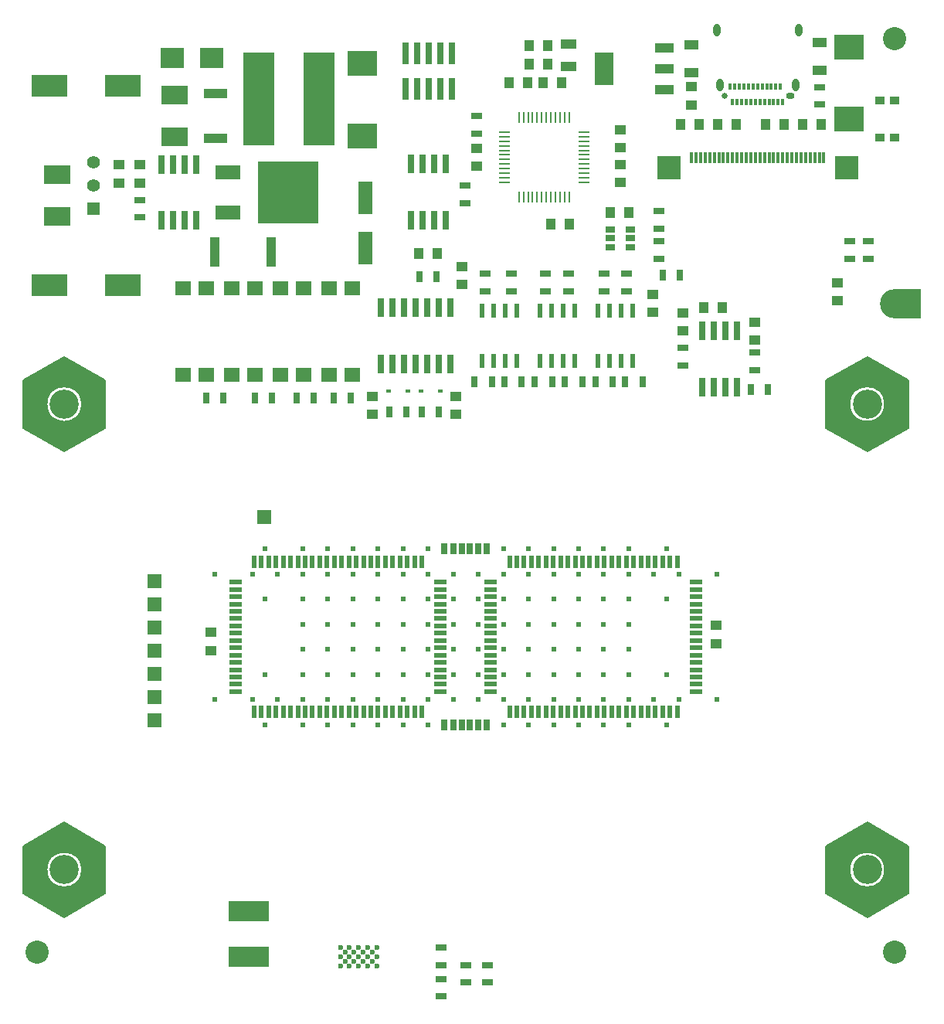
<source format=gbr>
G04 #@! TF.FileFunction,Soldermask,Bot*
%FSLAX46Y46*%
G04 Gerber Fmt 4.6, Leading zero omitted, Abs format (unit mm)*
G04 Created by KiCad (PCBNEW 4.0.0-stable) date Monday, June 11, 2018 'PMt' 01:00:30 PM*
%MOMM*%
G01*
G04 APERTURE LIST*
%ADD10C,0.100000*%
%ADD11C,2.250000*%
%ADD12C,0.150000*%
%ADD13C,1.000000*%
%ADD14R,1.000000X1.250000*%
%ADD15R,1.800000X1.000000*%
%ADD16R,1.250000X1.000000*%
%ADD17R,1.700000X1.600000*%
%ADD18R,4.000500X2.400300*%
%ADD19R,1.300000X0.700000*%
%ADD20R,0.610000X1.520000*%
%ADD21R,0.700000X1.300000*%
%ADD22R,0.800000X1.300000*%
%ADD23R,2.780000X1.550000*%
%ADD24R,6.730000X6.740000*%
%ADD25R,1.397000X1.397000*%
%ADD26C,1.397000*%
%ADD27R,0.660400X2.032000*%
%ADD28R,1.000000X3.200000*%
%ADD29R,2.500000X1.000000*%
%ADD30R,3.200000X2.700000*%
%ADD31R,2.500000X2.300000*%
%ADD32C,2.540000*%
%ADD33R,1.501140X1.501140*%
%ADD34R,1.600200X3.599180*%
%ADD35R,3.500000X10.200000*%
%ADD36R,3.000000X2.000000*%
%ADD37R,1.060000X0.650000*%
%ADD38R,0.600000X0.450000*%
%ADD39C,0.604800*%
%ADD40R,0.740000X2.400000*%
%ADD41R,1.300000X0.250000*%
%ADD42R,0.250000X1.300000*%
%ADD43R,2.032000X3.657600*%
%ADD44R,2.032000X1.016000*%
%ADD45R,1.000000X0.900000*%
%ADD46O,0.800000X1.400000*%
%ADD47R,0.300000X0.700000*%
%ADD48O,0.950000X0.650000*%
%ADD49C,0.650000*%
%ADD50R,1.600000X1.000000*%
%ADD51C,3.200000*%
%ADD52R,3.000000X3.200000*%
%ADD53R,0.500000X1.480000*%
%ADD54R,1.480000X0.500000*%
%ADD55C,0.600000*%
%ADD56R,4.500000X2.200000*%
%ADD57R,0.300000X1.250000*%
%ADD58R,2.500000X2.500000*%
%ADD59R,1.500000X1.500000*%
G04 APERTURE END LIST*
D10*
D11*
X146982767Y-74000000D02*
G75*
G03X146982767Y-74000000I-2982767J0D01*
G01*
D12*
X139500000Y-71402000D02*
X139500000Y-76598000D01*
X148500000Y-71402000D02*
X148500000Y-76598000D01*
X144000000Y-68804000D02*
X148500000Y-71402000D01*
X139500000Y-71402000D02*
X144000000Y-68804000D01*
X144000000Y-79196000D02*
X139500000Y-76598000D01*
X148500000Y-76598000D02*
X144000000Y-79196000D01*
D13*
X140000000Y-71700000D02*
X144000000Y-69400000D01*
X140000000Y-76300000D02*
X140000000Y-71700000D01*
X144000000Y-78600000D02*
X140000000Y-76300000D01*
X148000000Y-76300000D02*
X144000000Y-78600000D01*
X148000000Y-71700000D02*
X148000000Y-76300000D01*
X144000000Y-69400000D02*
X148000000Y-71700000D01*
D11*
X146982767Y-125000000D02*
G75*
G03X146982767Y-125000000I-2982767J0D01*
G01*
D12*
X139500000Y-122402000D02*
X139500000Y-127598000D01*
X148500000Y-122402000D02*
X148500000Y-127598000D01*
X144000000Y-119804000D02*
X148500000Y-122402000D01*
X139500000Y-122402000D02*
X144000000Y-119804000D01*
X144000000Y-130196000D02*
X139500000Y-127598000D01*
X148500000Y-127598000D02*
X144000000Y-130196000D01*
D13*
X140000000Y-122700000D02*
X144000000Y-120400000D01*
X140000000Y-127300000D02*
X140000000Y-122700000D01*
X144000000Y-129600000D02*
X140000000Y-127300000D01*
X148000000Y-127300000D02*
X144000000Y-129600000D01*
X148000000Y-122700000D02*
X148000000Y-127300000D01*
X144000000Y-120400000D02*
X148000000Y-122700000D01*
D11*
X58982767Y-125000000D02*
G75*
G03X58982767Y-125000000I-2982767J0D01*
G01*
D12*
X51500000Y-122402000D02*
X51500000Y-127598000D01*
X60500000Y-122402000D02*
X60500000Y-127598000D01*
X56000000Y-119804000D02*
X60500000Y-122402000D01*
X51500000Y-122402000D02*
X56000000Y-119804000D01*
X56000000Y-130196000D02*
X51500000Y-127598000D01*
X60500000Y-127598000D02*
X56000000Y-130196000D01*
D13*
X52000000Y-122700000D02*
X56000000Y-120400000D01*
X52000000Y-127300000D02*
X52000000Y-122700000D01*
X56000000Y-129600000D02*
X52000000Y-127300000D01*
X60000000Y-127300000D02*
X56000000Y-129600000D01*
X60000000Y-122700000D02*
X60000000Y-127300000D01*
X56000000Y-120400000D02*
X60000000Y-122700000D01*
D11*
X58982767Y-74000000D02*
G75*
G03X58982767Y-74000000I-2982767J0D01*
G01*
D12*
X51500000Y-71402000D02*
X51500000Y-76598000D01*
X60500000Y-71402000D02*
X60500000Y-76598000D01*
X56000000Y-68804000D02*
X60500000Y-71402000D01*
X51500000Y-71402000D02*
X56000000Y-68804000D01*
X56000000Y-79196000D02*
X51500000Y-76598000D01*
X60500000Y-76598000D02*
X56000000Y-79196000D01*
D13*
X52000000Y-71700000D02*
X56000000Y-69400000D01*
X52000000Y-76300000D02*
X52000000Y-71700000D01*
X56000000Y-78600000D02*
X52000000Y-76300000D01*
X60000000Y-76300000D02*
X56000000Y-78600000D01*
X60000000Y-71700000D02*
X60000000Y-76300000D01*
X56000000Y-69400000D02*
X60000000Y-71700000D01*
D14*
X108950000Y-34757000D03*
X106950000Y-34757000D03*
D15*
X111252000Y-34523000D03*
X111252000Y-37023000D03*
D16*
X101219000Y-45949000D03*
X101219000Y-47949000D03*
D17*
X79677000Y-70817000D03*
X82217000Y-70817000D03*
X82217000Y-61317000D03*
X79677000Y-61317000D03*
D18*
X54419500Y-60960000D03*
X62420500Y-60960000D03*
D19*
X102156000Y-61619500D03*
X102156000Y-59719500D03*
D20*
X118285000Y-69244000D03*
X117015000Y-69244000D03*
X115745000Y-69244000D03*
X114475000Y-69244000D03*
X114475000Y-63779000D03*
X115745000Y-63779000D03*
X117015000Y-63779000D03*
X118285000Y-63779000D03*
X111935000Y-63779000D03*
X110665000Y-63779000D03*
X109395000Y-63779000D03*
X108125000Y-63779000D03*
X108125000Y-69244000D03*
X109395000Y-69244000D03*
X110665000Y-69244000D03*
X111935000Y-69244000D03*
D21*
X102852000Y-71591500D03*
X100952000Y-71591500D03*
D19*
X64262000Y-53528000D03*
X64262000Y-51628000D03*
X101219000Y-42443000D03*
X101219000Y-44343000D03*
X102410000Y-137367000D03*
X102410000Y-135467000D03*
X99997000Y-135467000D03*
X99997000Y-137367000D03*
X97330000Y-136991000D03*
X97330000Y-138891000D03*
X97330000Y-133562000D03*
X97330000Y-135462000D03*
D21*
X133126000Y-72363040D03*
X131226000Y-72363040D03*
D19*
X131668000Y-70265040D03*
X131668000Y-68365040D03*
X123794000Y-69757040D03*
X123794000Y-67857040D03*
D21*
X116139000Y-71587000D03*
X114239000Y-71587000D03*
X109456000Y-71591500D03*
X107556000Y-71591500D03*
X104206000Y-71587000D03*
X106106000Y-71587000D03*
X110858000Y-71591500D03*
X112758000Y-71591500D03*
X95189000Y-74889000D03*
X97089000Y-74889000D03*
X87437000Y-73365000D03*
X85537000Y-73365000D03*
X71567000Y-73365000D03*
X73467000Y-73365000D03*
X81473000Y-73365000D03*
X83373000Y-73365000D03*
X76901000Y-73365000D03*
X78801000Y-73365000D03*
D19*
X117650000Y-61619500D03*
X117650000Y-59719500D03*
D21*
X117462000Y-71591500D03*
X119362000Y-71591500D03*
D19*
X138811000Y-41168000D03*
X138811000Y-39268000D03*
X144145000Y-56159000D03*
X144145000Y-58059000D03*
D21*
X121605000Y-59903000D03*
X123505000Y-59903000D03*
D19*
X142113000Y-56159000D03*
X142113000Y-58059000D03*
X115175000Y-61625000D03*
X115175000Y-59725000D03*
X108760000Y-61619500D03*
X108760000Y-59719500D03*
X104975000Y-61625000D03*
X104975000Y-59725000D03*
X111300000Y-61619500D03*
X111300000Y-59719500D03*
X99949000Y-51963000D03*
X99949000Y-50063000D03*
D21*
X93533000Y-74889000D03*
X91633000Y-74889000D03*
X94935000Y-60030000D03*
X96835000Y-60030000D03*
D22*
X98625000Y-89875000D03*
D21*
X97675000Y-89875000D03*
X99575000Y-89875000D03*
D23*
X73932000Y-48620000D03*
D24*
X80567000Y-50800000D03*
D23*
X73932000Y-52980000D03*
D17*
X69009000Y-70817000D03*
X71549000Y-70817000D03*
X71549000Y-61317000D03*
X69009000Y-61317000D03*
X85011000Y-70817000D03*
X87551000Y-70817000D03*
X87551000Y-61317000D03*
X85011000Y-61317000D03*
X74343000Y-70817000D03*
X76883000Y-70817000D03*
X76883000Y-61317000D03*
X74343000Y-61317000D03*
D20*
X105585000Y-69244000D03*
X104315000Y-69244000D03*
X103045000Y-69244000D03*
X101775000Y-69244000D03*
X101775000Y-63779000D03*
X103045000Y-63779000D03*
X104315000Y-63779000D03*
X105585000Y-63779000D03*
D16*
X123794000Y-65997040D03*
X123794000Y-63997040D03*
D25*
X59230000Y-52605000D03*
D26*
X59230000Y-50065000D03*
X59230000Y-47525000D03*
D27*
X129763000Y-72134440D03*
X128493000Y-72134440D03*
X127223000Y-72134440D03*
X125953000Y-72134440D03*
X125953000Y-65987640D03*
X127223000Y-65987640D03*
X128493000Y-65987640D03*
X129763000Y-65987640D03*
D28*
X72465000Y-57363000D03*
X78665000Y-57363000D03*
D29*
X72565000Y-44895000D03*
X72565000Y-39995000D03*
D16*
X61976000Y-49768000D03*
X61976000Y-47768000D03*
X64262000Y-47768000D03*
X64262000Y-49768000D03*
D30*
X88646000Y-36690000D03*
X88646000Y-44590000D03*
D16*
X127432000Y-98246000D03*
X127432000Y-100246000D03*
X72060000Y-101008000D03*
X72060000Y-99008000D03*
D31*
X67875000Y-36095000D03*
X72175000Y-36095000D03*
D32*
X147000000Y-34000000D03*
X147000000Y-134000000D03*
X53000000Y-134000000D03*
D16*
X131668000Y-65013040D03*
X131668000Y-67013040D03*
D14*
X126127000Y-63459000D03*
X128127000Y-63459000D03*
D22*
X101375000Y-109125000D03*
D21*
X100425000Y-109125000D03*
X102325000Y-109125000D03*
D22*
X101375000Y-89875000D03*
D21*
X100425000Y-89875000D03*
X102325000Y-89875000D03*
D22*
X98625000Y-109125000D03*
D21*
X99575000Y-109125000D03*
X97675000Y-109125000D03*
D18*
X62420500Y-39116000D03*
X54419500Y-39116000D03*
D14*
X106791000Y-38821000D03*
X104791000Y-38821000D03*
D16*
X140716000Y-62681000D03*
X140716000Y-60681000D03*
D14*
X108950000Y-36789000D03*
X106950000Y-36789000D03*
D16*
X116967000Y-45917000D03*
X116967000Y-43917000D03*
D33*
X65913000Y-103591000D03*
X65913000Y-108671000D03*
X65913000Y-95971000D03*
X65913000Y-93431000D03*
X65913000Y-106131000D03*
X65913000Y-98511000D03*
X65913000Y-101051000D03*
D34*
X89000000Y-51374180D03*
X89000000Y-56875820D03*
D35*
X83945000Y-40599000D03*
X77345000Y-40599000D03*
D14*
X125587000Y-43393000D03*
X123587000Y-43393000D03*
X136922000Y-43393000D03*
X138922000Y-43393000D03*
X127651000Y-43393000D03*
X129651000Y-43393000D03*
X134858000Y-43393000D03*
X132858000Y-43393000D03*
X117840000Y-53045000D03*
X115840000Y-53045000D03*
D36*
X68120000Y-40145000D03*
X68120000Y-44745000D03*
D16*
X120523000Y-63951000D03*
X120523000Y-61951000D03*
D27*
X66675000Y-47726600D03*
X67945000Y-47726600D03*
X69215000Y-47726600D03*
X70485000Y-47726600D03*
X70485000Y-53873400D03*
X69215000Y-53873400D03*
X67945000Y-53873400D03*
X66675000Y-53873400D03*
X93980000Y-47685600D03*
X95250000Y-47685600D03*
X96520000Y-47685600D03*
X97790000Y-47685600D03*
X97790000Y-53832400D03*
X96520000Y-53832400D03*
X95250000Y-53832400D03*
X93980000Y-53832400D03*
D37*
X115867000Y-56789000D03*
X115867000Y-55839000D03*
X115867000Y-54889000D03*
X118067000Y-54889000D03*
X118067000Y-56789000D03*
X118067000Y-55839000D03*
D16*
X89789000Y-73127000D03*
X89789000Y-75127000D03*
X98933000Y-75127000D03*
X98933000Y-73127000D03*
D14*
X94885000Y-57490000D03*
X96885000Y-57490000D03*
D38*
X91533000Y-72603000D03*
X93633000Y-72603000D03*
X97189000Y-72603000D03*
X95089000Y-72603000D03*
D27*
X90690000Y-63426600D03*
X91960000Y-63426600D03*
X93230000Y-63426600D03*
X94500000Y-63426600D03*
X95770000Y-63426600D03*
X97040000Y-63426600D03*
X98310000Y-63426600D03*
X98310000Y-69573400D03*
X97040000Y-69573400D03*
X94500000Y-69573400D03*
X93230000Y-69573400D03*
X91960000Y-69573400D03*
X90690000Y-69573400D03*
X95770000Y-69573400D03*
D14*
X108474000Y-38821000D03*
X110474000Y-38821000D03*
D39*
X82125000Y-92625000D03*
X82125000Y-106375000D03*
X84875000Y-92625000D03*
X84875000Y-95375000D03*
X84875000Y-98125000D03*
X84875000Y-100875000D03*
X84875000Y-103625000D03*
X84875000Y-106375000D03*
X87625000Y-92625000D03*
X87625000Y-95375000D03*
X87625000Y-98125000D03*
X87625000Y-100875000D03*
X87625000Y-103625000D03*
X87625000Y-106375000D03*
X90375000Y-92625000D03*
X90375000Y-95375000D03*
X90375000Y-98125000D03*
X90375000Y-100875000D03*
X90375000Y-103625000D03*
X90375000Y-106375000D03*
X93125000Y-92625000D03*
X93125000Y-95375000D03*
X93125000Y-98125000D03*
X93125000Y-100875000D03*
X93125000Y-103625000D03*
X93125000Y-106375000D03*
X95875000Y-92625000D03*
X95875000Y-95375000D03*
X95875000Y-98125000D03*
X95875000Y-100875000D03*
X95875000Y-103625000D03*
X95875000Y-106375000D03*
X98625000Y-92625000D03*
X98625000Y-95375000D03*
X98625000Y-98125000D03*
X98625000Y-100875000D03*
X98625000Y-103625000D03*
X98625000Y-106375000D03*
X101375000Y-92625000D03*
X101375000Y-95375000D03*
X101375000Y-98125000D03*
X101375000Y-100875000D03*
X101375000Y-103625000D03*
X101375000Y-106375000D03*
X104125000Y-92625000D03*
X104125000Y-95375000D03*
X104125000Y-98125000D03*
X104125000Y-100875000D03*
X104125000Y-103625000D03*
X104125000Y-106375000D03*
X106875000Y-92625000D03*
X106875000Y-95375000D03*
X106875000Y-98125000D03*
X106875000Y-100875000D03*
X106875000Y-103625000D03*
X106875000Y-106375000D03*
X109625000Y-92625000D03*
X109625000Y-95375000D03*
X109625000Y-98125000D03*
X109625000Y-100875000D03*
X109625000Y-103625000D03*
X109625000Y-106375000D03*
X112375000Y-92625000D03*
X112375000Y-95375000D03*
X112375000Y-98125000D03*
X112375000Y-100875000D03*
X112375000Y-103625000D03*
X112375000Y-106375000D03*
X115125000Y-92625000D03*
X115125000Y-95375000D03*
X115125000Y-98125000D03*
X115125000Y-100875000D03*
X115125000Y-103625000D03*
X115125000Y-106375000D03*
X117875000Y-92625000D03*
X117875000Y-106375000D03*
X84875000Y-89875000D03*
X84875000Y-109125000D03*
X87625000Y-89875000D03*
X87625000Y-109125000D03*
X90375000Y-89875000D03*
X90375000Y-109125000D03*
X93125000Y-89875000D03*
X93125000Y-109125000D03*
X95875000Y-89875000D03*
X95875000Y-109125000D03*
X98625000Y-89875000D03*
X98625000Y-109125000D03*
X101375000Y-89875000D03*
X101375000Y-109125000D03*
X104125000Y-89875000D03*
X104125000Y-109125000D03*
X106875000Y-89875000D03*
X106875000Y-109125000D03*
X109625000Y-89875000D03*
X109625000Y-109125000D03*
X112375000Y-89875000D03*
X112375000Y-109125000D03*
X115125000Y-89875000D03*
X115125000Y-109125000D03*
X82125000Y-95375000D03*
X82125000Y-98125000D03*
X82125000Y-100875000D03*
X82125000Y-103625000D03*
X117875000Y-95375000D03*
X117875000Y-98125000D03*
X117875000Y-100875000D03*
X117875000Y-103625000D03*
X120625000Y-106375000D03*
X120625000Y-92625000D03*
X79375000Y-106375000D03*
X79375000Y-92625000D03*
X78000000Y-89875000D03*
X78000000Y-103625000D03*
X122000000Y-95375000D03*
X122000000Y-109125000D03*
X78000000Y-95375000D03*
X78000000Y-109125000D03*
X122000000Y-89875000D03*
X122000000Y-103625000D03*
X82125000Y-89875000D03*
X82125000Y-109125000D03*
X117875000Y-89875000D03*
X117875000Y-109125000D03*
D40*
X98475800Y-39475600D03*
X98475800Y-35575600D03*
X97205800Y-39475600D03*
X97205800Y-35575600D03*
X95935800Y-39475600D03*
X95935800Y-35575600D03*
X94665800Y-39475600D03*
X94665800Y-35575600D03*
X93395800Y-39475600D03*
X93395800Y-35575600D03*
D41*
X112935000Y-44199000D03*
X112935000Y-44699000D03*
X112935000Y-45199000D03*
X112935000Y-45699000D03*
X112935000Y-46199000D03*
X112935000Y-46699000D03*
X112935000Y-47199000D03*
X112935000Y-47699000D03*
X112935000Y-48199000D03*
X112935000Y-48699000D03*
X112935000Y-49199000D03*
X112935000Y-49699000D03*
D42*
X111335000Y-51299000D03*
X110835000Y-51299000D03*
X110335000Y-51299000D03*
X109835000Y-51299000D03*
X109335000Y-51299000D03*
X108835000Y-51299000D03*
X108335000Y-51299000D03*
X107835000Y-51299000D03*
X107335000Y-51299000D03*
X106835000Y-51299000D03*
X106335000Y-51299000D03*
X105835000Y-51299000D03*
D41*
X104235000Y-49699000D03*
X104235000Y-49199000D03*
X104235000Y-48699000D03*
X104235000Y-48199000D03*
X104235000Y-47699000D03*
X104235000Y-47199000D03*
X104235000Y-46699000D03*
X104235000Y-46199000D03*
X104235000Y-45699000D03*
X104235000Y-45199000D03*
X104235000Y-44699000D03*
X104235000Y-44199000D03*
D42*
X105835000Y-42599000D03*
X106335000Y-42599000D03*
X106835000Y-42599000D03*
X107335000Y-42599000D03*
X107835000Y-42599000D03*
X108335000Y-42599000D03*
X108835000Y-42599000D03*
X109335000Y-42599000D03*
X109835000Y-42599000D03*
X110335000Y-42599000D03*
X110835000Y-42599000D03*
X111335000Y-42599000D03*
D14*
X111363000Y-54315000D03*
X109363000Y-54315000D03*
D16*
X116967000Y-47727000D03*
X116967000Y-49727000D03*
D43*
X115189000Y-37297000D03*
D44*
X121793000Y-37297000D03*
X121793000Y-39583000D03*
X121793000Y-35011000D03*
D30*
X141986000Y-34871000D03*
X141986000Y-42771000D03*
D45*
X146977000Y-44808000D03*
X145377000Y-44808000D03*
X146977000Y-40708000D03*
X145377000Y-40708000D03*
D46*
X127870000Y-39010000D03*
D47*
X129250000Y-40920000D03*
X129750000Y-40920000D03*
X130250000Y-40920000D03*
X130750000Y-40920000D03*
X131250000Y-40920000D03*
X131750000Y-40920000D03*
X132250000Y-40920000D03*
X134750000Y-40920000D03*
X133750000Y-40920000D03*
X133250000Y-40920000D03*
X132750000Y-40920000D03*
X134250000Y-40920000D03*
X134500000Y-39220000D03*
D46*
X136130000Y-39010000D03*
X136490000Y-33060000D03*
X127510000Y-33060000D03*
D48*
X135600000Y-40260000D03*
D49*
X128400000Y-40260000D03*
D47*
X134000000Y-39220000D03*
X133500000Y-39220000D03*
X133000000Y-39220000D03*
X132500000Y-39220000D03*
X132000000Y-39220000D03*
X131500000Y-39220000D03*
X131000000Y-39220000D03*
X130500000Y-39220000D03*
X130000000Y-39220000D03*
X129500000Y-39220000D03*
X129000000Y-39220000D03*
D50*
X138811000Y-34400000D03*
X138811000Y-37400000D03*
X124714000Y-37654000D03*
X124714000Y-34654000D03*
D16*
X124714000Y-41218000D03*
X124714000Y-39218000D03*
D51*
X146963000Y-63000000D03*
D52*
X148463000Y-63000000D03*
D39*
X127500000Y-92625000D03*
X127500000Y-106375000D03*
X72500000Y-106375000D03*
X72500000Y-92625000D03*
D53*
X104800000Y-91260000D03*
X105600000Y-91260000D03*
X106400000Y-91260000D03*
X107200000Y-91260000D03*
X108000000Y-91260000D03*
X108800000Y-91260000D03*
X109600000Y-91260000D03*
X110400000Y-91260000D03*
X111200000Y-91260000D03*
X112000000Y-91260000D03*
X112800000Y-91260000D03*
X113600000Y-91260000D03*
X114400000Y-91260000D03*
X115200000Y-91260000D03*
X116000000Y-91260000D03*
X116800000Y-91260000D03*
X117600000Y-91260000D03*
X118400000Y-91260000D03*
X119200000Y-91260000D03*
X120000000Y-91260000D03*
X120800000Y-91260000D03*
X121600000Y-91260000D03*
X122400000Y-91260000D03*
X123200000Y-91260000D03*
D54*
X125240000Y-93500000D03*
X125240000Y-94300000D03*
X125240000Y-95100000D03*
X125240000Y-95900000D03*
X125240000Y-96700000D03*
X125240000Y-97500000D03*
X125240000Y-98300000D03*
X125240000Y-99100000D03*
X125240000Y-99900000D03*
X125240000Y-100700000D03*
X125240000Y-101500000D03*
X125240000Y-102300000D03*
X125240000Y-103100000D03*
X125240000Y-103900000D03*
X125240000Y-104700000D03*
X125240000Y-105500000D03*
D53*
X123200000Y-107740000D03*
X122400000Y-107740000D03*
X121600000Y-107740000D03*
X120800000Y-107740000D03*
X120000000Y-107740000D03*
X119200000Y-107740000D03*
X118400000Y-107740000D03*
X117600000Y-107740000D03*
X116800000Y-107740000D03*
X116000000Y-107740000D03*
X115200000Y-107740000D03*
X114400000Y-107740000D03*
X113600000Y-107740000D03*
X112800000Y-107740000D03*
X112000000Y-107740000D03*
X111200000Y-107740000D03*
X110400000Y-107740000D03*
X109600000Y-107740000D03*
X108800000Y-107740000D03*
X108000000Y-107740000D03*
X107200000Y-107740000D03*
X106400000Y-107740000D03*
X105600000Y-107740000D03*
X104800000Y-107740000D03*
D54*
X102760000Y-105500000D03*
X102760000Y-104700000D03*
X102760000Y-103900000D03*
X102760000Y-103100000D03*
X102760000Y-102300000D03*
X102760000Y-101500000D03*
X102760000Y-100700000D03*
X102760000Y-99900000D03*
X102760000Y-99100000D03*
X102760000Y-98300000D03*
X102760000Y-97500000D03*
X102760000Y-96700000D03*
X102760000Y-95900000D03*
X102760000Y-95100000D03*
X102760000Y-94300000D03*
X102760000Y-93500000D03*
D53*
X95200000Y-107740000D03*
X94400000Y-107740000D03*
X93600000Y-107740000D03*
X92800000Y-107740000D03*
X92000000Y-107740000D03*
X91200000Y-107740000D03*
X90400000Y-107740000D03*
X89600000Y-107740000D03*
X88800000Y-107740000D03*
X88000000Y-107740000D03*
X87200000Y-107740000D03*
X86400000Y-107740000D03*
X85600000Y-107740000D03*
X84800000Y-107740000D03*
X84000000Y-107740000D03*
X83200000Y-107740000D03*
X82400000Y-107740000D03*
X81600000Y-107740000D03*
X80800000Y-107740000D03*
X80000000Y-107740000D03*
X79200000Y-107740000D03*
X78400000Y-107740000D03*
X77600000Y-107740000D03*
X76800000Y-107740000D03*
D54*
X74760000Y-105500000D03*
X74760000Y-104700000D03*
X74760000Y-103900000D03*
X74760000Y-103100000D03*
X74760000Y-102300000D03*
X74760000Y-101500000D03*
X74760000Y-100700000D03*
X74760000Y-99900000D03*
X74760000Y-99100000D03*
X74760000Y-98300000D03*
X74760000Y-97500000D03*
X74760000Y-96700000D03*
X74760000Y-95900000D03*
X74760000Y-95100000D03*
X74760000Y-94300000D03*
X74760000Y-93500000D03*
D53*
X76800000Y-91260000D03*
X77600000Y-91260000D03*
X78400000Y-91260000D03*
X79200000Y-91260000D03*
X80000000Y-91260000D03*
X80800000Y-91260000D03*
X81600000Y-91260000D03*
X82400000Y-91260000D03*
X83200000Y-91260000D03*
X84000000Y-91260000D03*
X84800000Y-91260000D03*
X85600000Y-91260000D03*
X86400000Y-91260000D03*
X87200000Y-91260000D03*
X88000000Y-91260000D03*
X88800000Y-91260000D03*
X89600000Y-91260000D03*
X90400000Y-91260000D03*
X91200000Y-91260000D03*
X92000000Y-91260000D03*
X92800000Y-91260000D03*
X93600000Y-91260000D03*
X94400000Y-91260000D03*
X95200000Y-91260000D03*
D54*
X97240000Y-93500000D03*
X97240000Y-94300000D03*
X97240000Y-95100000D03*
X97240000Y-95900000D03*
X97240000Y-96700000D03*
X97240000Y-97500000D03*
X97240000Y-98300000D03*
X97240000Y-99100000D03*
X97240000Y-99900000D03*
X97240000Y-100700000D03*
X97240000Y-101500000D03*
X97240000Y-102300000D03*
X97240000Y-103100000D03*
X97240000Y-103900000D03*
X97240000Y-104700000D03*
X97240000Y-105500000D03*
D39*
X76625000Y-92625000D03*
X76625000Y-106375000D03*
X123375000Y-92625000D03*
X123375000Y-106375000D03*
D55*
X90265000Y-135539000D03*
X89265000Y-135539000D03*
X88265000Y-135539000D03*
X87265000Y-135539000D03*
X86265000Y-135539000D03*
X90265000Y-134539000D03*
X89765000Y-135039000D03*
X89265000Y-134539000D03*
X88765000Y-135039000D03*
X88265000Y-134539000D03*
X87765000Y-135039000D03*
X87265000Y-134539000D03*
X86765000Y-135039000D03*
X86265000Y-134539000D03*
X90265000Y-133539000D03*
X89765000Y-134039000D03*
X89265000Y-133539000D03*
X88765000Y-134039000D03*
X88265000Y-133539000D03*
X87765000Y-134039000D03*
X87265000Y-133539000D03*
X86765000Y-134039000D03*
X86265000Y-133539000D03*
D56*
X76265000Y-129539000D03*
X76265000Y-134539000D03*
D57*
X139250000Y-47025000D03*
X137250000Y-47025000D03*
X137750000Y-47025000D03*
X138750000Y-47025000D03*
X138250000Y-47025000D03*
X136250000Y-47025000D03*
X136750000Y-47025000D03*
X135750000Y-47025000D03*
X135250000Y-47025000D03*
X132250000Y-47025000D03*
X132750000Y-47025000D03*
X133750000Y-47025000D03*
X133250000Y-47025000D03*
X134750000Y-47025000D03*
X134250000Y-47025000D03*
X126750000Y-47025000D03*
X127250000Y-47025000D03*
X125750000Y-47025000D03*
X126250000Y-47025000D03*
X125250000Y-47025000D03*
X124750000Y-47025000D03*
X127750000Y-47025000D03*
X128250000Y-47025000D03*
X129250000Y-47025000D03*
X128750000Y-47025000D03*
X130750000Y-47025000D03*
X131250000Y-47025000D03*
X130250000Y-47025000D03*
X129750000Y-47025000D03*
D58*
X122250000Y-48125000D03*
X141750000Y-48125000D03*
D57*
X131750000Y-47025000D03*
D19*
X121158000Y-54757000D03*
X121158000Y-52857000D03*
X121158000Y-56159000D03*
X121158000Y-58059000D03*
D51*
X144000000Y-74000000D03*
X144000000Y-125000000D03*
X56000000Y-125000000D03*
X56000000Y-74000000D03*
D59*
X77875000Y-86375000D03*
D36*
X55225000Y-48825000D03*
X55225000Y-53425000D03*
D16*
X99568000Y-58903000D03*
X99568000Y-60903000D03*
M02*

</source>
